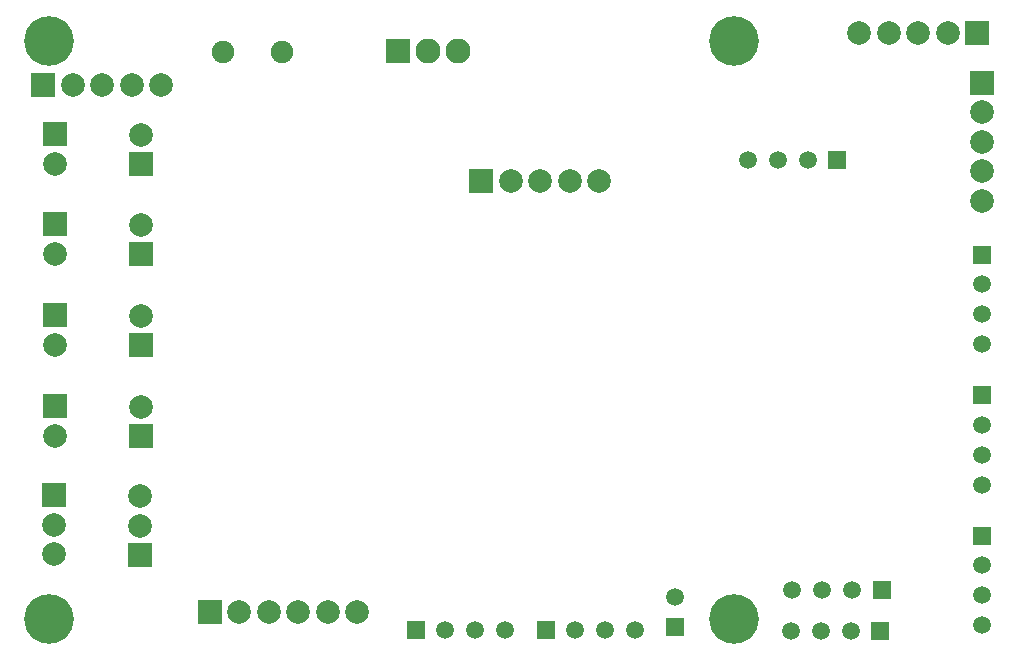
<source format=gbs>
G04*
G04 #@! TF.GenerationSoftware,Altium Limited,Altium Designer,20.0.13 (296)*
G04*
G04 Layer_Color=16711935*
%FSLAX44Y44*%
%MOMM*%
G71*
G01*
G75*
%ADD54C,2.0032*%
%ADD55R,2.0032X2.0032*%
%ADD56R,1.5032X1.5032*%
%ADD57C,1.5032*%
%ADD58R,1.5032X1.5032*%
%ADD59R,2.0032X2.0032*%
%ADD60R,2.1082X2.1082*%
%ADD61C,2.1082*%
%ADD62C,1.9032*%
%ADD63C,4.2032*%
D54*
X261000Y34000D02*
D03*
X236000D02*
D03*
X211000D02*
D03*
X186000D02*
D03*
X286000D02*
D03*
X814810Y382350D02*
D03*
Y407350D02*
D03*
Y432350D02*
D03*
Y457350D02*
D03*
X711000Y524000D02*
D03*
X736000D02*
D03*
X761000D02*
D03*
X786000D02*
D03*
X103000Y438209D02*
D03*
X30140Y413609D02*
D03*
X103000Y362000D02*
D03*
X30140Y337400D02*
D03*
X103000Y285000D02*
D03*
X30140Y260400D02*
D03*
X103000Y208060D02*
D03*
X30140Y183460D02*
D03*
X29000Y108000D02*
D03*
Y83000D02*
D03*
X102000Y107000D02*
D03*
Y132000D02*
D03*
X120000Y480000D02*
D03*
X95000D02*
D03*
X70000D02*
D03*
X45000D02*
D03*
X416000Y399000D02*
D03*
X441000D02*
D03*
X466000D02*
D03*
X491000D02*
D03*
D55*
X161000Y34000D02*
D03*
X811000Y524000D02*
D03*
X20000Y480000D02*
D03*
X391000Y399000D02*
D03*
D56*
X335670Y19000D02*
D03*
X445670D02*
D03*
X730000Y53000D02*
D03*
X729000Y18000D02*
D03*
X692330Y417000D02*
D03*
D57*
X360670Y19000D02*
D03*
X386000D02*
D03*
X411470D02*
D03*
X470670D02*
D03*
X496000D02*
D03*
X521470D02*
D03*
X554650Y46440D02*
D03*
X705000Y53000D02*
D03*
X679670D02*
D03*
X654200D02*
D03*
X704000Y18000D02*
D03*
X678670D02*
D03*
X653200D02*
D03*
X814610Y73510D02*
D03*
Y48180D02*
D03*
Y22710D02*
D03*
Y192567D02*
D03*
Y167237D02*
D03*
Y141767D02*
D03*
Y311623D02*
D03*
Y286293D02*
D03*
Y260823D02*
D03*
X667330Y417000D02*
D03*
X642000D02*
D03*
X616530D02*
D03*
D58*
X554650Y21440D02*
D03*
X814610Y98510D02*
D03*
Y217567D02*
D03*
Y336623D02*
D03*
D59*
X814810Y482350D02*
D03*
X103000Y413209D02*
D03*
X30140Y438609D02*
D03*
X103000Y337000D02*
D03*
X30140Y362400D02*
D03*
X103000Y260000D02*
D03*
X30140Y285400D02*
D03*
X103000Y183060D02*
D03*
X30140Y208460D02*
D03*
X29000Y133000D02*
D03*
X102000Y82000D02*
D03*
D60*
X320600Y509000D02*
D03*
D61*
X346000D02*
D03*
X371400D02*
D03*
D62*
X171910Y507850D02*
D03*
X221910D02*
D03*
D63*
X25060Y517790D02*
D03*
X605060D02*
D03*
X25060Y27790D02*
D03*
X605060D02*
D03*
M02*

</source>
